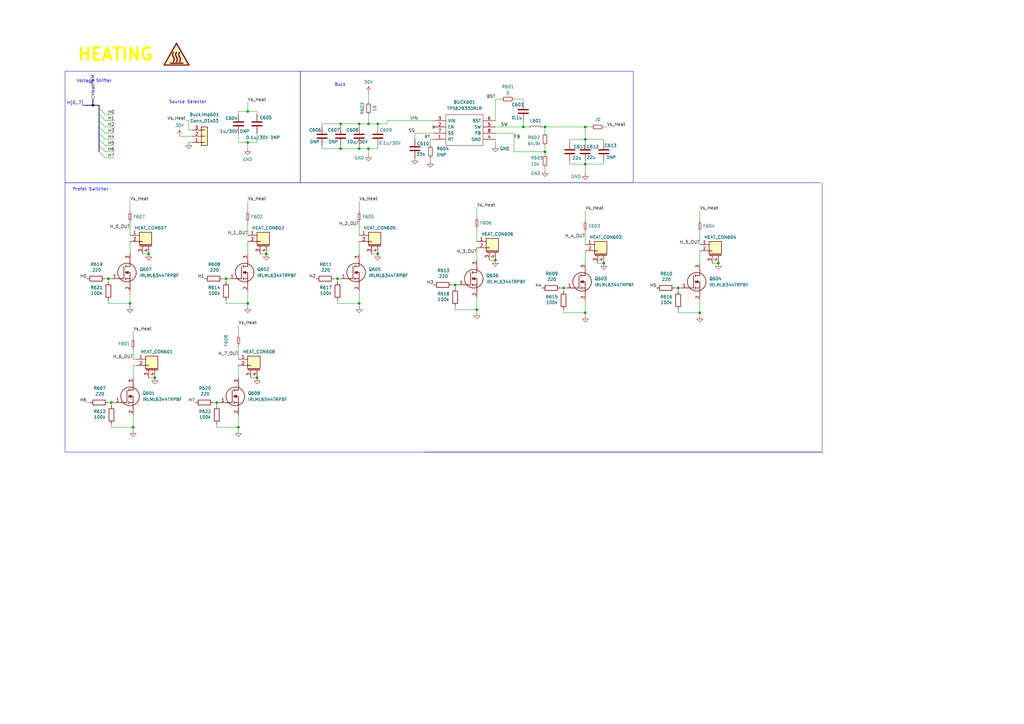
<source format=kicad_sch>
(kicad_sch (version 20231120) (generator "eeschema") (generator_version "8.0")
  (paper "A3")
  (junction (at 139.7 50.8))
  (junction (at 287.02 128.27))
  (junction (at 151.13 50.8))
  (junction (at 45.72 165.1))
  (junction (at 44.45 114.3))
  (junction (at 139.7 60.96))
  (junction (at 240.03 128.27))
  (junction (at 109.22 104.14))
  (junction (at 294.64 107.95))
  (junction (at 54.61 175.26))
  (junction (at 147.32 124.46))
  (junction (at 63.5 154.94))
  (junction (at 247.65 107.95))
  (junction (at 154.94 104.14))
  (junction (at 92.71 114.3))
  (junction (at 147.32 50.8))
  (junction (at 97.79 175.26))
  (junction (at 53.34 124.46))
  (junction (at 240.03 52.07))
  (junction (at 278.13 118.11))
  (junction (at 138.43 114.3))
  (junction (at 240.03 57.15))
  (junction (at 195.58 127))
  (junction (at 88.9 165.1))
  (junction (at 38.1 43.18))
  (junction (at 101.6 58.42))
  (junction (at 101.6 45.72))
  (junction (at 223.52 62.23))
  (junction (at 60.96 104.14))
  (junction (at 147.32 60.96))
  (junction (at 154.94 50.8))
  (junction (at 223.52 52.07))
  (junction (at 105.41 154.94))
  (junction (at 203.2 106.68))
  (junction (at 186.69 116.84))
  (junction (at 214.63 52.07))
  (junction (at 240.03 67.31))
  (junction (at 101.6 124.46))
  (junction (at 231.14 118.11))
  (junction (at 151.13 60.96))
  (no_connect (at 177.8 52.07))
  (bus_entry (at 43.18 52.07) (size -2.54 -2.54))
  (bus_entry (at 43.18 57.15) (size -2.54 -2.54))
  (bus_entry (at 43.18 59.69) (size -2.54 -2.54))
  (bus_entry (at 40.64 44.45) (size 2.54 2.54))
  (bus_entry (at 43.18 49.53) (size -2.54 -2.54))
  (bus_entry (at 43.18 64.77) (size -2.54 -2.54))
  (bus_entry (at 43.18 62.23) (size -2.54 -2.54))
  (bus_entry (at 43.18 54.61) (size -2.54 -2.54))
  (wire (pts (xy 63.5 154.94) (xy 60.96 154.94)))
  (wire (pts (xy 210.82 54.61) (xy 210.82 62.23)))
  (wire (pts (xy 147.32 59.69) (xy 147.32 60.96)))
  (wire (pts (xy 97.79 170.18) (xy 97.79 175.26)))
  (wire (pts (xy 78.74 55.88) (xy 73.66 55.88)))
  (wire (pts (xy 195.58 88.9) (xy 195.58 85.09)))
  (wire (pts (xy 101.6 58.42) (xy 97.79 58.42)))
  (wire (pts (xy 278.13 127) (xy 278.13 128.27)))
  (wire (pts (xy 276.86 118.11) (xy 278.13 118.11)))
  (wire (pts (xy 35.56 165.1) (xy 36.83 165.1)))
  (wire (pts (xy 229.87 118.11) (xy 231.14 118.11)))
  (wire (pts (xy 195.58 121.92) (xy 195.58 127)))
  (wire (pts (xy 231.14 118.11) (xy 232.41 118.11)))
  (wire (pts (xy 53.34 86.36) (xy 53.34 82.55)))
  (wire (pts (xy 240.03 123.19) (xy 240.03 128.27)))
  (wire (pts (xy 147.32 50.8) (xy 151.13 50.8)))
  (wire (pts (xy 248.92 52.07) (xy 247.65 52.07)))
  (wire (pts (xy 147.32 86.36) (xy 147.32 82.55)))
  (wire (pts (xy 132.08 60.96) (xy 132.08 59.69)))
  (wire (pts (xy 147.32 60.96) (xy 151.13 60.96)))
  (wire (pts (xy 88.9 165.1) (xy 90.17 165.1)))
  (wire (pts (xy 46.99 62.23) (xy 43.18 62.23)))
  (wire (pts (xy 54.61 149.86) (xy 55.88 149.86)))
  (wire (pts (xy 55.88 147.32) (xy 54.61 147.32)))
  (wire (pts (xy 101.6 119.38) (xy 101.6 124.46)))
  (bus (pts (xy 40.64 59.69) (xy 40.64 62.23)))
  (polyline (pts (xy 337.185 185.42) (xy 173.99 185.42)))
  (wire (pts (xy 151.13 60.96) (xy 151.13 63.5)))
  (wire (pts (xy 109.22 104.14) (xy 106.68 104.14)))
  (wire (pts (xy 278.13 118.11) (xy 278.13 119.38)))
  (wire (pts (xy 105.41 58.42) (xy 105.41 54.61)))
  (wire (pts (xy 203.2 40.64) (xy 205.74 40.64)))
  (wire (pts (xy 105.41 58.42) (xy 101.6 58.42)))
  (wire (pts (xy 92.71 114.3) (xy 93.98 114.3)))
  (wire (pts (xy 195.58 101.6) (xy 195.58 106.68)))
  (wire (pts (xy 214.63 52.07) (xy 214.63 49.53)))
  (wire (pts (xy 92.71 114.3) (xy 92.71 115.57)))
  (wire (pts (xy 177.8 49.53) (xy 158.75 49.53)))
  (wire (pts (xy 154.94 60.96) (xy 151.13 60.96)))
  (wire (pts (xy 223.52 59.69) (xy 223.52 62.23)))
  (wire (pts (xy 97.79 175.26) (xy 97.79 176.53)))
  (wire (pts (xy 147.32 124.46) (xy 147.32 125.73)))
  (wire (pts (xy 139.7 60.96) (xy 132.08 60.96)))
  (wire (pts (xy 44.45 123.19) (xy 44.45 124.46)))
  (wire (pts (xy 138.43 114.3) (xy 138.43 115.57)))
  (wire (pts (xy 53.34 99.06) (xy 53.34 104.14)))
  (wire (pts (xy 186.69 116.84) (xy 187.96 116.84)))
  (bus (pts (xy 38.1 43.18) (xy 38.1 40.64)))
  (wire (pts (xy 45.72 165.1) (xy 46.99 165.1)))
  (wire (pts (xy 195.58 93.98) (xy 195.58 99.06)))
  (wire (pts (xy 210.82 40.64) (xy 214.63 40.64)))
  (wire (pts (xy 186.69 116.84) (xy 186.69 118.11)))
  (wire (pts (xy 101.6 86.36) (xy 101.6 82.55)))
  (wire (pts (xy 53.34 124.46) (xy 53.34 125.73)))
  (wire (pts (xy 233.68 67.31) (xy 240.03 67.31)))
  (wire (pts (xy 139.7 60.96) (xy 139.7 59.69)))
  (wire (pts (xy 137.16 114.3) (xy 138.43 114.3)))
  (wire (pts (xy 176.53 59.69) (xy 176.53 57.15)))
  (wire (pts (xy 278.13 118.11) (xy 279.4 118.11)))
  (wire (pts (xy 44.45 114.3) (xy 45.72 114.3)))
  (wire (pts (xy 203.2 106.68) (xy 200.66 106.68)))
  (bus (pts (xy 40.64 57.15) (xy 40.64 59.69)))
  (wire (pts (xy 247.65 67.31) (xy 240.03 67.31)))
  (wire (pts (xy 53.34 119.38) (xy 53.34 124.46)))
  (wire (pts (xy 233.68 57.15) (xy 233.68 58.42)))
  (wire (pts (xy 203.2 54.61) (xy 210.82 54.61)))
  (wire (pts (xy 101.6 58.42) (xy 101.6 60.96)))
  (wire (pts (xy 151.13 38.1) (xy 151.13 41.91)))
  (wire (pts (xy 147.32 60.96) (xy 139.7 60.96)))
  (wire (pts (xy 214.63 40.64) (xy 214.63 41.91)))
  (wire (pts (xy 203.2 59.69) (xy 203.2 57.15)))
  (wire (pts (xy 45.72 173.99) (xy 45.72 175.26)))
  (wire (pts (xy 203.2 52.07) (xy 214.63 52.07)))
  (wire (pts (xy 45.72 165.1) (xy 45.72 166.37)))
  (wire (pts (xy 60.96 104.14) (xy 58.42 104.14)))
  (wire (pts (xy 132.08 50.8) (xy 139.7 50.8)))
  (wire (pts (xy 147.32 91.44) (xy 147.32 96.52)))
  (bus (pts (xy 40.64 54.61) (xy 40.64 57.15)))
  (wire (pts (xy 77.47 49.53) (xy 76.2 49.53)))
  (wire (pts (xy 92.71 123.19) (xy 92.71 124.46)))
  (wire (pts (xy 77.47 58.42) (xy 78.74 58.42)))
  (wire (pts (xy 54.61 170.18) (xy 54.61 175.26)))
  (wire (pts (xy 53.34 91.44) (xy 53.34 96.52)))
  (wire (pts (xy 87.63 165.1) (xy 88.9 165.1)))
  (wire (pts (xy 105.41 154.94) (xy 102.87 154.94)))
  (wire (pts (xy 97.79 149.86) (xy 97.79 154.94)))
  (wire (pts (xy 247.65 66.04) (xy 247.65 67.31)))
  (wire (pts (xy 287.02 90.17) (xy 287.02 86.36)))
  (wire (pts (xy 101.6 41.91) (xy 101.6 45.72)))
  (wire (pts (xy 231.14 127) (xy 231.14 128.27)))
  (wire (pts (xy 97.79 142.24) (xy 97.79 147.32)))
  (wire (pts (xy 223.52 68.58) (xy 223.52 69.85)))
  (wire (pts (xy 101.6 91.44) (xy 101.6 96.52)))
  (wire (pts (xy 101.6 45.72) (xy 105.41 45.72)))
  (wire (pts (xy 240.03 95.25) (xy 240.03 100.33)))
  (wire (pts (xy 138.43 114.3) (xy 139.7 114.3)))
  (wire (pts (xy 54.61 147.32) (xy 54.61 143.51)))
  (wire (pts (xy 54.61 149.86) (xy 54.61 154.94)))
  (wire (pts (xy 176.53 64.77) (xy 176.53 66.04)))
  (wire (pts (xy 147.32 99.06) (xy 147.32 104.14)))
  (wire (pts (xy 101.6 124.46) (xy 101.6 125.73)))
  (wire (pts (xy 97.79 137.16) (xy 97.79 133.35)))
  (polyline (pts (xy 26.67 74.93) (xy 26.67 185.42)))
  (wire (pts (xy 247.65 58.42) (xy 247.65 57.15)))
  (bus (pts (xy 40.64 43.18) (xy 38.1 43.18)))
  (wire (pts (xy 105.41 45.72) (xy 105.41 46.99)))
  (wire (pts (xy 242.57 52.07) (xy 240.03 52.07)))
  (wire (pts (xy 185.42 116.84) (xy 186.69 116.84)))
  (wire (pts (xy 294.64 107.95) (xy 292.1 107.95)))
  (wire (pts (xy 154.94 104.14) (xy 152.4 104.14)))
  (wire (pts (xy 88.9 173.99) (xy 88.9 175.26)))
  (bus (pts (xy 40.64 49.53) (xy 40.64 52.07)))
  (polyline (pts (xy 337.185 185.42) (xy 337.185 74.93)))
  (wire (pts (xy 43.18 114.3) (xy 44.45 114.3)))
  (wire (pts (xy 231.14 128.27) (xy 240.03 128.27)))
  (wire (pts (xy 139.7 50.8) (xy 139.7 52.07)))
  (wire (pts (xy 54.61 175.26) (xy 54.61 176.53)))
  (wire (pts (xy 170.18 57.15) (xy 170.18 54.61)))
  (wire (pts (xy 77.47 49.53) (xy 77.47 53.34)))
  (wire (pts (xy 132.08 52.07) (xy 132.08 50.8)))
  (wire (pts (xy 44.45 124.46) (xy 53.34 124.46)))
  (wire (pts (xy 231.14 118.11) (xy 231.14 119.38)))
  (bus (pts (xy 40.64 43.18) (xy 40.64 44.45)))
  (wire (pts (xy 139.7 50.8) (xy 147.32 50.8)))
  (wire (pts (xy 240.03 52.07) (xy 240.03 57.15)))
  (wire (pts (xy 77.47 53.34) (xy 78.74 53.34)))
  (wire (pts (xy 247.65 107.95) (xy 245.11 107.95)))
  (wire (pts (xy 287.02 123.19) (xy 287.02 128.27)))
  (wire (pts (xy 46.99 49.53) (xy 43.18 49.53)))
  (wire (pts (xy 151.13 46.99) (xy 151.13 50.8)))
  (wire (pts (xy 45.72 175.26) (xy 54.61 175.26)))
  (wire (pts (xy 287.02 128.27) (xy 287.02 129.54)))
  (wire (pts (xy 97.79 46.99) (xy 97.79 45.72)))
  (polyline (pts (xy 26.67 74.93) (xy 336.55 74.93)))
  (wire (pts (xy 247.65 57.15) (xy 240.03 57.15)))
  (wire (pts (xy 240.03 67.31) (xy 240.03 71.12)))
  (wire (pts (xy 154.94 50.8) (xy 154.94 52.07)))
  (wire (pts (xy 223.52 62.23) (xy 223.52 63.5)))
  (bus (pts (xy 40.64 44.45) (xy 40.64 46.99)))
  (wire (pts (xy 176.53 57.15) (xy 177.8 57.15)))
  (wire (pts (xy 158.75 49.53) (xy 158.75 50.8)))
  (wire (pts (xy 147.32 119.38) (xy 147.32 124.46)))
  (wire (pts (xy 287.02 102.87) (xy 287.02 107.95)))
  (wire (pts (xy 223.52 52.07) (xy 223.52 54.61)))
  (wire (pts (xy 101.6 99.06) (xy 101.6 104.14)))
  (wire (pts (xy 97.79 45.72) (xy 101.6 45.72)))
  (wire (pts (xy 138.43 124.46) (xy 147.32 124.46)))
  (wire (pts (xy 240.03 67.31) (xy 240.03 66.04)))
  (wire (pts (xy 240.03 90.17) (xy 240.03 86.36)))
  (polyline (pts (xy 26.67 185.42) (xy 337.185 185.42)))
  (wire (pts (xy 203.2 49.53) (xy 203.2 40.64)))
  (wire (pts (xy 222.25 52.07) (xy 223.52 52.07)))
  (wire (pts (xy 151.13 50.8) (xy 154.94 50.8)))
  (wire (pts (xy 186.69 125.73) (xy 186.69 127)))
  (wire (pts (xy 46.99 59.69) (xy 43.18 59.69)))
  (wire (pts (xy 88.9 165.1) (xy 88.9 166.37)))
  (wire (pts (xy 223.52 52.07) (xy 240.03 52.07)))
  (wire (pts (xy 170.18 54.61) (xy 177.8 54.61)))
  (wire (pts (xy 186.69 127) (xy 195.58 127)))
  (wire (pts (xy 44.45 165.1) (xy 45.72 165.1)))
  (wire (pts (xy 43.18 46.99) (xy 46.99 46.99)))
  (wire (pts (xy 46.99 52.07) (xy 43.18 52.07)))
  (wire (pts (xy 217.17 52.07) (xy 214.63 52.07)))
  (wire (pts (xy 287.02 95.25) (xy 287.02 100.33)))
  (wire (pts (xy 240.03 102.87) (xy 240.03 107.95)))
  (wire (pts (xy 54.61 135.89) (xy 54.61 138.43)))
  (wire (pts (xy 233.68 67.31) (xy 233.68 66.04)))
  (wire (pts (xy 154.94 59.69) (xy 154.94 60.96)))
  (wire (pts (xy 92.71 124.46) (xy 101.6 124.46)))
  (wire (pts (xy 278.13 128.27) (xy 287.02 128.27)))
  (bus (pts (xy 40.64 46.99) (xy 40.64 49.53)))
  (bus (pts (xy 40.64 54.61) (xy 40.64 52.07)))
  (wire (pts (xy 147.32 52.07) (xy 147.32 50.8)))
  (wire (pts (xy 43.18 64.77) (xy 46.99 64.77)))
  (wire (pts (xy 91.44 114.3) (xy 92.71 114.3)))
  (bus (pts (xy 34.29 43.18) (xy 38.1 43.18)))
  (wire (pts (xy 240.03 57.15) (xy 233.68 57.15)))
  (wire (pts (xy 195.58 127) (xy 195.58 128.27)))
  (wire (pts (xy 46.99 57.15) (xy 43.18 57.15)))
  (wire (pts (xy 44.45 114.3) (xy 44.45 115.57)))
  (wire (pts (xy 210.82 62.23) (xy 223.52 62.23)))
  (wire (pts (xy 88.9 175.26) (xy 97.79 175.26)))
  (wire (pts (xy 46.99 54.61) (xy 43.18 54.61)))
  (wire (pts (xy 240.03 128.27) (xy 240.03 129.54)))
  (wire (pts (xy 240.03 57.15) (xy 240.03 58.42)))
  (wire (pts (xy 138.43 123.19) (xy 138.43 124.46)))
  (wire (pts (xy 158.75 50.8) (xy 154.94 50.8)))
  (wire (pts (xy 97.79 58.42) (xy 97.79 54.61)))
  (rectangle (start 123.19 29.21) (end 259.715 74.93))
  (rectangle (start 26.67 29.21) (end 123.19 74.93))
  (text "Voltage Shifter" (at 38.608 33.274 0) (effects (font (size 1.27 1.27))))
  (text "Buck" (at 137.16 35.56 0) (effects (font (size 1.27 1.27)) (justify left bottom)))
  (text "Profet Switcher" (at 37.084 77.724 0) (effects (font (size 1.27 1.27))))
  (text "Source Selector" (at 76.962 41.91 0) (effects (font (size 1.27 1.27))))
  (text "HEATING" (at 63.246 25.4 0) (effects (font (size 5 5) (thickness 1) (bold yes)) (justify right bottom)))
  (label "H[0..7]" (at 34.29 43.18 180))
  (label "H2" (at 46.99 52.07 180))
  (label "VIN" (at 171.45 49.53 180))
  (label "Vs_Heat" (at 248.92 52.07 0))
  (label "Vs_Heat" (at 101.6 41.91 0))
  (label "Vs_Heat" (at 287.02 86.36 0))
  (label "Vs_Heat" (at 240.03 86.36 0))
  (label "RT" (at 176.53 57.15 180))
  (label "Vs_Heat" (at 97.79 133.35 0))
  (label "BST" (at 203.2 40.64 180))
  (label "Vs_Heat" (at 54.61 135.89 0))
  (label "SW" (at 208.28 52.07 180))
  (label "H_3_OUT" (at 195.58 104.14 180))
  (label "H_5_OUT" (at 287.02 100.33 180))
  (label "Vs_Heat" (at 101.6 82.55 0))
  (label "H1" (at 46.99 49.53 180))
  (label "H_4_OUT" (at 240.03 97.79 180))
  (label "SS" (at 170.18 54.61 180))
  (label "H_6_OUT" (at 54.61 147.32 180))
  (label "Vs_Heat" (at 195.58 85.09 0))
  (label "H4" (at 222.25 118.11 180))
  (label "Vs_Heat" (at 76.2 49.53 180))
  (label "H6" (at 35.56 165.1 180))
  (label "H5" (at 269.24 118.11 180))
  (label "H5" (at 46.99 59.69 180))
  (label "H_2_OUT" (at 147.32 92.71 180))
  (label "H1" (at 83.82 114.3 180))
  (label "H_0_OUT" (at 53.34 93.98 180))
  (label "H3" (at 46.99 54.61 180))
  (label "H3" (at 177.8 116.84 180))
  (label "H6" (at 46.99 62.23 180))
  (label "H7" (at 46.99 64.77 180))
  (label "Vs_Heat" (at 147.32 82.55 0))
  (label "H2" (at 129.54 114.3 180))
  (label "H_7_OUT" (at 97.79 146.05 180))
  (label "FB" (at 210.82 57.15 0))
  (label "H7" (at 80.01 165.1 180))
  (label "Vs_Heat" (at 53.34 82.55 0))
  (label "H0" (at 35.56 114.3 180))
  (label "H4" (at 46.99 57.15 180))
  (label "H0" (at 46.99 46.99 180))
  (label "H_1_OUT" (at 101.6 96.52 180))
  (hierarchical_label "HeatPWM" (shape input) (at 38.1 40.64 90))
  (symbol (lib_id "SymbolsBalloonv4:R_Small") (at 245.11 52.07 270) (unit 1)
    (property "Reference" "J0" (at 245.11 49.022 90))
    (property "Value" "0" (effects (hide yes)))
    (property "Footprint" "Resistor_SMD:R_0603_1608Metric_Pad0.98x0.95mm_HandSolder" (effects (hide yes)))
    (property "Description" "Resistor, small symbol" (effects (hide yes)))
  )
  (symbol (lib_id "SymbolsBalloonv4:Fuse_Small") (at 195.58 91.44 270) (unit 1)
    (property "Reference" "F606" (at 196.85 91.4399 90) (effects (justify left)))
    (property "Value" "MF-FSML100_8-2" (effects (hide yes)))
    (property "Footprint" "SamacSys_Parts:FUSC1608X70N" (effects (hide yes)))
    (property "Description" "Fuse, small symbol" (effects (hide yes)))
    (property "Height" "0.7" (effects (hide yes)))
    (property "Mouser Part Number" "652-MF-FSML100/8-2" (effects (hide yes)))
    (property "Mouser Price/Stock" "https://www.mouser.co.uk/ProductDetail/Bourns/MF-FSML100-8-2?qs=EBDBlbfErPzIwKpEUXHByQ%3D%3D" (effects (hide yes)))
    (property "Manufacturer_Name" "Bourns" (effects (hide yes)))
    (property "Manufacturer_Part_Number" "MF-FSML100/8-2" (effects (hide yes)))
  )
  (symbol (lib_id "SymbolsBalloonv4:GND") (at 60.96 104.14 0) (mirror y) (unit 1)
    (property "Reference" "#PWR0627" (effects (hide yes)))
    (property "Value" "GND" (effects (hide yes)))
    (property "Description" "Power symbol creates a global label with name \"GND\" , ground" (effects (hide yes)))
  )
  (symbol (lib_id "SymbolsBalloonv4:GND") (at 247.65 107.95 0) (mirror y) (unit 1)
    (property "Reference" "#PWR0617" (effects (hide yes)))
    (property "Value" "GND" (effects (hide yes)))
    (property "Description" "Power symbol creates a global label with name \"GND\" , ground" (effects (hide yes)))
  )
  (symbol (lib_id "SymbolsBalloonv4:GND") (at 154.94 104.14 0) (mirror y) (unit 1)
    (property "Reference" "#PWR0619" (effects (hide yes)))
    (property "Value" "GND" (effects (hide yes)))
    (property "Description" "Power symbol creates a global label with name \"GND\" , ground" (effects (hide yes)))
  )
  (symbol (lib_id "SymbolsBalloonv4:GND") (at 63.5 154.94 0) (mirror y) (unit 1)
    (property "Reference" "#PWR0615" (effects (hide yes)))
    (property "Value" "GND" (effects (hide yes)))
    (property "Description" "Power symbol creates a global label with name \"GND\" , ground" (effects (hide yes)))
  )
  (symbol (lib_id "SymbolsBalloonv4:GND") (at 101.6 125.73 0) (mirror y) (unit 1)
    (property "Reference" "#PWR0622" (effects (hide yes)))
    (property "Value" "GND" (effects (hide yes)))
    (property "Description" "Power symbol creates a global label with name \"GND\" , ground" (effects (hide yes)))
  )
  (symbol (lib_id "SymbolsBalloonv4:R_Small") (at 176.53 62.23 0) (unit 1)
    (property "Reference" "R604" (at 179.07 60.9599 0) (effects (justify left)))
    (property "Value" "DNP" (at 179.07 63.4999 0) (effects (justify left)))
    (property "Footprint" "Resistor_SMD:R_0603_1608Metric_Pad0.98x0.95mm_HandSolder" (effects (hide yes)))
    (property "Description" "Resistor, small symbol" (effects (hide yes)))
  )
  (symbol (lib_name "Conn_01x02_MountingPin_1") (lib_id "Connector_Generic_MountingPin:Conn_01x02_MountingPin") (at 245.11 100.33 0) (unit 1)
    (property "Reference" "HEAT_CON603" (at 241.808 97.282 0) (effects (justify left)))
    (property "Value" "502352-0200" (effects (hide yes)))
    (property "Footprint" "SamacSys_Parts:5023520200" (effects (hide yes)))
    (property "Description" "Generic connectable mounting pin connector, single row, 01x02, script generated (kicad-library-utils/schlib/autogen/connector/)" (effects (hide yes)))
    (property "Mouser Part Number" "538-502352-0200" (effects (hide yes)))
    (property "Mouser Price/Stock" "https://www.mouser.co.uk/ProductDetail/Molex/502352-0200?qs=cPOO8qjhL6OPJnOOkJoW%252Bw%3D%3D" (effects (hide yes)))
    (property "Manufacturer_Name" "Molex" (effects (hide yes)))
    (property "Manufacturer_Part_Number" "502352-0200" (effects (hide yes)))
  )
  (symbol (lib_id "SymbolsBalloonv4:GND") (at 294.64 107.95 0) (mirror y) (unit 1)
    (property "Reference" "#PWR0618" (effects (hide yes)))
    (property "Value" "GND" (effects (hide yes)))
    (property "Description" "Power symbol creates a global label with name \"GND\" , ground" (effects (hide yes)))
  )
  (symbol (lib_id "SymbolsBalloonv4:GND") (at 151.13 63.5 0) (unit 1)
    (property "Reference" "#PWR0608" (effects (hide yes)))
    (property "Value" "GND" (at 147.32 64.77 0))
    (property "Description" "Power symbol creates a global label with name \"GND\" , ground" (effects (hide yes)))
  )
  (symbol (lib_id "SymbolsBalloonv4:C") (at 132.08 55.88 180) (unit 1)
    (property "Reference" "C606" (at 126.746 53.34 0) (effects (justify right)))
    (property "Value" "DNP" (at 127 58.1661 0) (effects (justify right)))
    (property "Footprint" "Capacitor_SMD:C_0805_2012Metric_Pad1.18x1.45mm_HandSolder" (effects (hide yes)))
    (property "Description" "Unpolarized capacitor" (effects (hide yes)))
  )
  (symbol (lib_id "SymbolsBalloonv4:C") (at 214.63 45.72 180) (unit 1)
    (property "Reference" "C601" (at 209.804 42.926 0) (effects (justify right)))
    (property "Value" "0.1u" (at 209.804 48.26 0) (effects (justify right)))
    (property "Footprint" "Capacitor_SMD:C_0402_1005Metric_Pad0.74x0.62mm_HandSolder" (effects (hide yes)))
    (property "Description" "Unpolarized capacitor" (effects (hide yes)))
  )
  (symbol (lib_id "SymbolsBalloonv4:+28V") (at 151.13 38.1 0) (unit 1)
    (property "Reference" "#PWR0601" (effects (hide yes)))
    (property "Value" "30V" (at 151.13 33.655 0))
    (property "Description" "Power symbol creates a global label with name \"+28V\"" (effects (hide yes)))
  )
  (symbol (lib_id "SymbolsBalloonv4:GND") (at 203.2 106.68 0) (mirror y) (unit 1)
    (property "Reference" "#PWR0620" (effects (hide yes)))
    (property "Value" "GND" (effects (hide yes)))
    (property "Description" "Power symbol creates a global label with name \"GND\" , ground" (effects (hide yes)))
  )
  (symbol (lib_id "SymbolsBalloonv4:R_Small") (at 223.52 57.15 180) (unit 1)
    (property "Reference" "R602" (at 216.408 56.388 0) (effects (justify right)))
    (property "Value" "64.9k" (at 216.408 58.928 0) (effects (justify right)))
    (property "Footprint" "Resistor_SMD:R_0603_1608Metric_Pad0.98x0.95mm_HandSolder" (effects (hide yes)))
    (property "Description" "Resistor, small symbol" (effects (hide yes)))
  )
  (symbol (lib_id "SamacSys_Parts:IRLML6344TRPBF") (at 93.98 114.3 0) (unit 1)
    (property "Reference" "Q602" (at 105.41 110.4899 0) (effects (justify left)))
    (property "Value" "IRLML6344TRPBF" (at 105.41 113.0299 0) (effects (justify left)))
    (property "Footprint" "SOT95P237X112-3N" (effects (hide yes)))
    (property "Datasheet" "https://www.infineon.com/dgdl/irlml6344pbf.pdf?fileId=5546d462533600a4015356689c44262c" (effects (hide yes)))
    (property "Description" "IRLML6344TRPBF N-channel MOSFET Transistor, 5 A, 30 V, 3-Pin SOT-23" (effects (hide yes)))
    (property "Height" "1.12" (effects (hide yes)))
    (property "Mouser Part Number" "942-IRLML6344TRPBF" (effects (hide yes)))
    (property "Mouser Price/Stock" "https://www.mouser.co.uk/ProductDetail/Infineon-Technologies/IRLML6344TRPBF?qs=9%252BKlkBgLFf2w4qS48UOXVw%3D%3D" (effects (hide yes)))
    (property "Manufacturer_Name" "Infineon" (effects (hide yes)))
    (property "Manufacturer_Part_Number" "IRLML6344TRPBF" (effects (hide yes)))
  )
  (symbol (lib_id "SymbolsBalloonv4:C") (at 97.79 50.8 180) (unit 1)
    (property "Reference" "C604" (at 97.536 48.514 0) (effects (justify left)))
    (property "Value" "1u/30V DNP" (at 102.362 53.848 0) (effects (justify left)))
    (property "Footprint" "Capacitor_SMD:C_0805_2012Metric_Pad1.18x1.45mm_HandSolder" (effects (hide yes)))
    (property "Description" "Unpolarized capacitor" (effects (hide yes)))
  )
  (symbol (lib_id "SymbolsBalloonv4:R") (at 83.82 165.1 90) (unit 1)
    (property "Reference" "R620" (at 84.074 159.2326 90))
    (property "Value" "220" (at 84.074 161.544 90))
    (property "Footprint" "Resistor_SMD:R_0603_1608Metric_Pad0.98x0.95mm_HandSolder" (effects (hide yes)))
    (property "Description" "Resistor" (effects (hide yes)))
  )
  (symbol (lib_id "SymbolsBalloonv4:GND") (at 170.18 64.77 0) (unit 1)
    (property "Reference" "#PWR0609" (effects (hide yes)))
    (property "Value" "GND" (effects (hide yes)))
    (property "Description" "Power symbol creates a global label with name \"GND\" , ground" (effects (hide yes)))
  )
  (symbol (lib_id "SymbolsBalloonv4:C") (at 139.7 55.88 180) (unit 1)
    (property "Reference" "C607" (at 134.366 53.34 0) (effects (justify right)))
    (property "Value" "DNP" (at 134.62 58.1661 0) (effects (justify right)))
    (property "Footprint" "Capacitor_SMD:C_0805_2012Metric_Pad1.18x1.45mm_HandSolder" (effects (hide yes)))
    (property "Description" "Unpolarized capacitor" (effects (hide yes)))
  )
  (symbol (lib_id "SymbolsBalloonv4:GND") (at 195.58 128.27 0) (mirror y) (unit 1)
    (property "Reference" "#PWR0626" (effects (hide yes)))
    (property "Value" "GND" (effects (hide yes)))
    (property "Description" "Power symbol creates a global label with name \"GND\" , ground" (effects (hide yes)))
  )
  (symbol (lib_name "Conn_01x02_MountingPin_1") (lib_id "Connector_Generic_MountingPin:Conn_01x02_MountingPin") (at 58.42 96.52 0) (unit 1)
    (property "Reference" "HEAT_CON607" (at 55.118 93.472 0) (effects (justify left)))
    (property "Value" "502352-0200" (effects (hide yes)))
    (property "Footprint" "SamacSys_Parts:5023520200" (effects (hide yes)))
    (property "Description" "Generic connectable mounting pin connector, single row, 01x02, script generated (kicad-library-utils/schlib/autogen/connector/)" (effects (hide yes)))
    (property "Mouser Part Number" "538-502352-0200" (effects (hide yes)))
    (property "Mouser Price/Stock" "https://www.mouser.co.uk/ProductDetail/Molex/502352-0200?qs=cPOO8qjhL6OPJnOOkJoW%252Bw%3D%3D" (effects (hide yes)))
    (property "Manufacturer_Name" "Molex" (effects (hide yes)))
    (property "Manufacturer_Part_Number" "502352-0200" (effects (hide yes)))
  )
  (symbol (lib_name "Conn_01x02_MountingPin_1") (lib_id "Connector_Generic_MountingPin:Conn_01x02_MountingPin") (at 292.1 100.33 0) (unit 1)
    (property "Reference" "HEAT_CON604" (at 288.798 97.282 0) (effects (justify left)))
    (property "Value" "502352-0200" (effects (hide yes)))
    (property "Footprint" "SamacSys_Parts:5023520200" (effects (hide yes)))
    (property "Description" "Generic connectable mounting pin connector, single row, 01x02, script generated (kicad-library-utils/schlib/autogen/connector/)" (effects (hide yes)))
    (property "Mouser Part Number" "538-502352-0200" (effects (hide yes)))
    (property "Mouser Price/Stock" "https://www.mouser.co.uk/ProductDetail/Molex/502352-0200?qs=cPOO8qjhL6OPJnOOkJoW%252Bw%3D%3D" (effects (hide yes)))
    (property "Manufacturer_Name" "Molex" (effects (hide yes)))
    (property "Manufacturer_Part_Number" "502352-0200" (effects (hide yes)))
  )
  (symbol (lib_id "SymbolsBalloonv4:GND") (at 77.47 58.42 0) (mirror y) (unit 1)
    (property "Reference" "#PWR0606" (effects (hide yes)))
    (property "Value" "GND" (effects (hide yes)))
    (property "Description" "Power symbol creates a global label with name \"GND\" , ground" (effects (hide yes)))
  )
  (symbol (lib_id "SymbolsBalloonv4:GND") (at 176.53 66.04 0) (unit 1)
    (property "Reference" "#PWR0610" (effects (hide yes)))
    (property "Value" "GND" (effects (hide yes)))
    (property "Description" "Power symbol creates a global label with name \"GND\" , ground" (effects (hide yes)))
  )
  (symbol (lib_id "SymbolsBalloonv4:GND") (at 97.79 176.53 0) (mirror y) (unit 1)
    (property "Reference" "#PWR0630" (effects (hide yes)))
    (property "Value" "GND" (effects (hide yes)))
    (property "Description" "Power symbol creates a global label with name \"GND\" , ground" (effects (hide yes)))
  )
  (symbol (lib_id "SamacSys_Parts:IRLML6344TRPBF") (at 232.41 118.11 0) (unit 1)
    (property "Reference" "Q603" (at 243.84 114.2999 0) (effects (justify left)))
    (property "Value" "IRLML6344TRPBF" (at 243.84 116.8399 0) (effects (justify left)))
    (property "Footprint" "SOT95P237X112-3N" (effects (hide yes)))
    (property "Datasheet" "https://www.infineon.com/dgdl/irlml6344pbf.pdf?fileId=5546d462533600a4015356689c44262c" (effects (hide yes)))
    (property "Description" "IRLML6344TRPBF N-channel MOSFET Transistor, 5 A, 30 V, 3-Pin SOT-23" (effects (hide yes)))
    (property "Height" "1.12" (effects (hide yes)))
    (property "Mouser Part Number" "942-IRLML6344TRPBF" (effects (hide yes)))
    (property "Mouser Price/Stock" "https://www.mouser.co.uk/ProductDetail/Infineon-Technologies/IRLML6344TRPBF?qs=9%252BKlkBgLFf2w4qS48UOXVw%3D%3D" (effects (hide yes)))
    (property "Manufacturer_Name" "Infineon" (effects (hide yes)))
    (property "Manufacturer_Part_Number" "IRLML6344TRPBF" (effects (hide yes)))
  )
  (symbol (lib_id "SymbolsBalloonv4:C") (at 247.65 62.23 0) (mirror x) (unit 1)
    (property "Reference" "C613" (at 252.984 59.69 0) (effects (justify right)))
    (property "Value" "DNP" (at 252.73 64.5161 0) (effects (justify right)))
    (property "Footprint" "Capacitor_SMD:C_0805_2012Metric_Pad1.18x1.45mm_HandSolder" (effects (hide yes)))
    (property "Description" "Unpolarized capacitor" (effects (hide yes)))
  )
  (symbol (lib_id "SymbolsBalloonv4:R") (at 44.45 119.38 180) (unit 1)
    (property "Reference" "R621" (at 39.624 117.9576 0))
    (property "Value" "100k" (at 39.624 120.269 0))
    (property "Footprint" "Resistor_SMD:R_0603_1608Metric_Pad0.98x0.95mm_HandSolder" (effects (hide yes)))
    (property "Description" "Resistor" (effects (hide yes)))
  )
  (symbol (lib_id "SymbolsBalloonv4:C") (at 154.94 55.88 180) (unit 1)
    (property "Reference" "C609" (at 155.702 53.34 0) (effects (justify right)))
    (property "Value" "0.1u/30V" (at 155.194 58.674 0) (effects (justify right)))
    (property "Footprint" "Capacitor_SMD:C_0402_1005Metric_Pad0.74x0.62mm_HandSolder" (effects (hide yes)))
    (property "Description" "Unpolarized capacitor" (effects (hide yes)))
  )
  (symbol (lib_id "SymbolsBalloonv4:R") (at 186.69 121.92 180) (unit 1)
    (property "Reference" "R618" (at 181.864 120.4976 0))
    (property "Value" "100k" (at 181.864 122.809 0))
    (property "Footprint" "Resistor_SMD:R_0603_1608Metric_Pad0.98x0.95mm_HandSolder" (effects (hide yes)))
    (property "Description" "Resistor" (effects (hide yes)))
  )
  (symbol (lib_id "SymbolsBalloonv4:R_Small") (at 208.28 40.64 90) (unit 1)
    (property "Reference" "R601" (at 208.28 35.56 90))
    (property "Value" "0" (at 208.28 38.1 90))
    (property "Footprint" "Resistor_SMD:R_0603_1608Metric_Pad0.98x0.95mm_HandSolder" (effects (hide yes)))
    (property "Description" "Resistor, small symbol" (effects (hide yes)))
  )
  (symbol (lib_id "SymbolsBalloonv4:GND") (at 287.02 129.54 0) (mirror y) (unit 1)
    (property "Reference" "#PWR0624" (effects (hide yes)))
    (property "Value" "GND" (effects (hide yes)))
    (property "Description" "Power symbol creates a global label with name \"GND\" , ground" (effects (hide yes)))
  )
  (symbol (lib_id "SymbolsBalloonv4:Conn_01x03") (at 83.82 55.88 0) (mirror x) (unit 1)
    (property "Reference" "BuckJmp601" (at 83.82 46.99 0))
    (property "Value" "Conn_01x03" (at 83.82 49.53 0))
    (property "Footprint" "Connector_PinHeader_2.54mm:PinHeader_1x03_P2.54mm_Vertical" (effects (hide yes)))
    (property "Description" "Generic connector, single row, 01x03, script generated (kicad-library-utils/schlib/autogen/connector/)" (effects (hide yes)))
  )
  (symbol (lib_id "SymbolsBalloonv4:GND") (at 53.34 125.73 0) (mirror y) (unit 1)
    (property "Reference" "#PWR0629" (effects (hide yes)))
    (property "Value" "GND" (effects (hide yes)))
    (property "Description" "Power symbol creates a global label with name \"GND\" , ground" (effects (hide yes)))
  )
  (symbol (lib_id "SymbolsBalloonv4:GND") (at 54.61 176.53 0) (mirror y) (unit 1)
    (property "Reference" "#PWR0621" (effects (hide yes)))
    (property "Value" "GND" (effects (hide yes)))
    (property "Description" "Power symbol creates a global label with name \"GND\" , ground" (effects (hide yes)))
  )
  (symbol (lib_id "SymbolsBalloonv4:R") (at 40.64 165.1 90) (unit 1)
    (property "Reference" "R607" (at 40.894 159.2326 90))
    (property "Value" "220" (at 40.894 161.544 90))
    (property "Footprint" "Resistor_SMD:R_0603_1608Metric_Pad0.98x0.95mm_HandSolder" (effects (hide yes)))
    (property "Description" "Resistor" (effects (hide yes)))
  )
  (symbol (lib_id "SymbolsBalloonv4:Fuse_Small") (at 287.02 92.71 270) (unit 1)
    (property "Reference" "F604" (at 288.29 92.7099 90) (effects (justify left)))
    (property "Value" "MF-FSML100_8-2" (effects (hide yes)))
    (property "Footprint" "SamacSys_Parts:FUSC1608X70N" (effects (hide yes)))
    (property "Description" "Fuse, small symbol" (effects (hide yes)))
    (property "Height" "0.7" (effects (hide yes)))
    (property "Mouser Part Number" "652-MF-FSML100/8-2" (effects (hide yes)))
    (property "Mouser Price/Stock" "https://www.mouser.co.uk/ProductDetail/Bourns/MF-FSML100-8-2?qs=EBDBlbfErPzIwKpEUXHByQ%3D%3D" (effects (hide yes)))
    (property "Manufacturer_Name" "Bourns" (effects (hide yes)))
    (property "Manufacturer_Part_Number" "MF-FSML100/8-2" (effects (hide yes)))
  )
  (symbol (lib_id "SamacSys_Parts:IRLML6344TRPBF") (at 187.96 116.84 0) (unit 1)
    (property "Reference" "Q606" (at 199.39 113.0299 0) (effects (justify left)))
    (property "Value" "IRLML6344TRPBF" (at 199.39 115.5699 0) (effects (justify left)))
    (property "Footprint" "SOT95P237X112-3N" (effects (hide yes)))
    (property "Datasheet" "https://www.infineon.com/dgdl/irlml6344pbf.pdf?fileId=5546d462533600a4015356689c44262c" (effects (hide yes)))
    (property "Description" "IRLML6344TRPBF N-channel MOSFET Transistor, 5 A, 30 V, 3-Pin SOT-23" (effects (hide yes)))
    (property "Height" "1.12" (effects (hide yes)))
    (property "Mouser Part Number" "942-IRLML6344TRPBF" (effects (hide yes)))
    (property "Mouser Price/Stock" "https://www.mouser.co.uk/ProductDetail/Infineon-Technologies/IRLML6344TRPBF?qs=9%252BKlkBgLFf2w4qS48UOXVw%3D%3D" (effects (hide yes)))
    (property "Manufacturer_Name" "Infineon" (effects (hide yes)))
    (property "Manufacturer_Part_Number" "IRLML6344TRPBF" (effects (hide yes)))
  )
  (symbol (lib_id "SymbolsBalloonv4:R") (at 231.14 123.19 180) (unit 1)
    (property "Reference" "R615" (at 226.314 121.7676 0))
    (property "Value" "100k" (at 226.314 124.079 0))
    (property "Footprint" "Resistor_SMD:R_0603_1608Metric_Pad0.98x0.95mm_HandSolder" (effects (hide yes)))
    (property "Description" "Resistor" (effects (hide yes)))
  )
  (symbol (lib_id "SymbolsBalloonv4:C") (at 233.68 62.23 180) (unit 1)
    (property "Reference" "C611" (at 235.204 60.198 0) (effects (justify right)))
    (property "Value" "22u" (at 234.696 64.77 0) (effects (justify right)))
    (property "Footprint" "Capacitor_SMD:C_0805_2012Metric_Pad1.18x1.45mm_HandSolder" (effects (hide yes)))
    (property "Description" "Unpolarized capacitor" (effects (hide yes)))
  )
  (symbol (lib_id "SamacSys_Parts:IRLML6344TRPBF") (at 45.72 114.3 0) (unit 1)
    (property "Reference" "Q607" (at 57.15 110.4899 0) (effects (justify left)))
    (property "Value" "IRLML6344TRPBF" (at 57.15 113.0299 0) (effects (justify left)))
    (property "Footprint" "SOT95P237X112-3N" (effects (hide yes)))
    (property "Datasheet" "https://www.infineon.com/dgdl/irlml6344pbf.pdf?fileId=5546d462533600a4015356689c44262c" (effects (hide yes)))
    (property "Description" "IRLML6344TRPBF N-channel MOSFET Transistor, 5 A, 30 V, 3-Pin SOT-23" (effects (hide yes)))
    (property "Height" "1.12" (effects (hide yes)))
    (property "Mouser Part Number" "942-IRLML6344TRPBF" (effects (hide yes)))
    (property "Mouser Price/Stock" "https://www.mouser.co.uk/ProductDetail/Infineon-Technologies/IRLML6344TRPBF?qs=9%252BKlkBgLFf2w4qS48UOXVw%3D%3D" (effects (hide yes)))
    (property "Manufacturer_Name" "Infineon" (effects (hide yes)))
    (property "Manufacturer_Part_Number" "IRLML6344TRPBF" (effects (hide yes)))
  )
  (symbol (lib_id "SymbolsBalloonv4:+28V") (at 73.66 55.88 0) (mirror y) (unit 1)
    (property "Reference" "#PWR0604" (effects (hide yes)))
    (property "Value" "30V" (at 73.66 51.435 0))
    (property "Description" "Power symbol creates a global label with name \"+28V\"" (effects (hide yes)))
  )
  (symbol (lib_name "Conn_01x02_MountingPin_1") (lib_id "Connector_Generic_MountingPin:Conn_01x02_MountingPin") (at 106.68 96.52 0) (unit 1)
    (property "Reference" "HEAT_CON602" (at 103.378 93.472 0) (effects (justify left)))
    (property "Value" "502352-0200" (effects (hide yes)))
    (property "Footprint" "SamacSys_Parts:5023520200" (effects (hide yes)))
    (property "Description" "Generic connectable mounting pin connector, single row, 01x02, script generated (kicad-library-utils/schlib/autogen/connector/)" (effects (hide yes)))
    (property "Mouser Part Number" "538-502352-0200" (effects (hide yes)))
    (property "Mouser Price/Stock" "https://www.mouser.co.uk/ProductDetail/Molex/502352-0200?qs=cPOO8qjhL6OPJnOOkJoW%252Bw%3D%3D" (effects (hide yes)))
    (property "Manufacturer_Name" "Molex" (effects (hide yes)))
    (property "Manufacturer_Part_Number" "502352-0200" (effects (hide yes)))
  )
  (symbol (lib_id "SymbolsBalloonv4:R") (at 226.06 118.11 90) (unit 1)
    (property "Reference" "R609" (at 226.314 112.2426 90))
    (property "Value" "220" (at 226.314 114.554 90))
    (property "Footprint" "Resistor_SMD:R_0603_1608Metric_Pad0.98x0.95mm_HandSolder" (effects (hide yes)))
    (property "Description" "Resistor" (effects (hide yes)))
  )
  (symbol (lib_name "Conn_01x02_MountingPin_1") (lib_id "Connector_Generic_MountingPin:Conn_01x02_MountingPin") (at 102.87 147.32 0) (unit 1)
    (property "Reference" "HEAT_CON608" (at 99.568 144.272 0) (effects (justify left)))
    (property "Value" "502352-0200" (effects (hide yes)))
    (property "Footprint" "SamacSys_Parts:5023520200" (effects (hide yes)))
    (property "Description" "Generic connectable mounting pin connector, single row, 01x02, script generated (kicad-library-utils/schlib/autogen/connector/)" (effects (hide yes)))
    (property "Mouser Part Number" "538-502352-0200" (effects (hide yes)))
    (property "Mouser Price/Stock" "https://www.mouser.co.uk/ProductDetail/Molex/502352-0200?qs=cPOO8qjhL6OPJnOOkJoW%252Bw%3D%3D" (effects (hide yes)))
    (property "Manufacturer_Name" "Molex" (effects (hide yes)))
    (property "Manufacturer_Part_Number" "502352-0200" (effects (hide yes)))
  )
  (symbol (lib_id "SymbolsBalloonv4:R_Small") (at 223.52 66.04 180) (unit 1)
    (property "Reference" "R605" (at 217.678 64.77 0) (effects (justify right)))
    (property "Value" "10k" (at 217.678 67.31 0) (effects (justify right)))
    (property "Footprint" "Resistor_SMD:R_0603_1608Metric_Pad0.98x0.95mm_HandSolder" (effects (hide yes)))
    (property "Description" "Resistor, small symbol" (effects (hide yes)))
  )
  (symbol (lib_id "SymbolsBalloonv4:L_Small") (at 219.71 52.07 90) (unit 1)
    (property "Reference" "L601" (at 219.71 49.53 90))
    (property "Value" "74439346068" (effects (hide yes)))
    (property "Footprint" "SamacSys_Parts:74439346068" (effects (hide yes)))
    (property "Description" "Inductor, small symbol" (effects (hide yes)))
    (property "Height" "6.1" (effects (hide yes)))
    (property "Mouser Part Number" "710-74439346068" (effects (hide yes)))
    (property "Mouser Price/Stock" "https://www.mouser.co.uk/ProductDetail/Wurth-Elektronik/74439346068?qs=NSAOzM2zc%2FVj5BeHYKNgfQ%3D%3D" (effects (hide yes)))
    (property "Manufacturer_Name" "Wurth Elektronik" (effects (hide yes)))
    (property "Manufacturer_Part_Number" "74439346068" (effects (hide yes)))
  )
  (symbol (lib_id "SymbolsBalloonv4:GND") (at 109.22 104.14 0) (mirror y) (unit 1)
    (property "Reference" "#PWR0616" (effects (hide yes)))
    (property "Value" "GND" (effects (hide yes)))
    (property "Description" "Power symbol creates a global label with name \"GND\" , ground" (effects (hide yes)))
  )
  (symbol (lib_id "SymbolsBalloonv4:Fuse_Small") (at 147.32 88.9 270) (unit 1)
    (property "Reference" "F605" (at 148.59 88.8999 90) (effects (justify left)))
    (property "Value" "MF-FSML100_8-2" (effects (hide yes)))
    (property "Footprint" "SamacSys_Parts:FUSC1608X70N" (effects (hide yes)))
    (property "Description" "Fuse, small symbol" (effects (hide yes)))
    (property "Height" "0.7" (effects (hide yes)))
    (property "Mouser Part Number" "652-MF-FSML100/8-2" (effects (hide yes)))
    (property "Mouser Price/Stock" "https://www.mouser.co.uk/ProductDetail/Bourns/MF-FSML100-8-2?qs=EBDBlbfErPzIwKpEUXHByQ%3D%3D" (effects (hide yes)))
    (property "Manufacturer_Name" "Bourns" (effects (hide yes)))
    (property "Manufacturer_Part_Number" "MF-FSML100/8-2" (effects (hide yes)))
  )
  (symbol (lib_id "SymbolsBalloonv4:R") (at 133.35 114.3 90) (unit 1)
    (property "Reference" "R611" (at 133.604 108.4326 90))
    (property "Value" "220" (at 133.604 110.744 90))
    (property "Footprint" "Resistor_SMD:R_0603_1608Metric_Pad0.98x0.95mm_HandSolder" (effects (hide yes)))
    (property "Description" "Resistor" (effects (hide yes)))
  )
  (symbol (lib_id "SamacSys_Parts:IRLML6344TRPBF") (at 139.7 114.3 0) (unit 1)
    (property "Reference" "Q605" (at 151.13 110.4899 0) (effects (justify left)))
    (property "Value" "IRLML6344TRPBF" (at 151.13 113.0299 0) (effects (justify left)))
    (property "Footprint" "SOT95P237X112-3N" (effects (hide yes)))
    (property "Datasheet" "https://www.infineon.com/dgdl/irlml6344pbf.pdf?fileId=5546d462533600a4015356689c44262c" (effects (hide yes)))
    (property "Description" "IRLML6344TRPBF N-channel MOSFET Transistor, 5 A, 30 V, 3-Pin SOT-23" (effects (hide yes)))
    (property "Height" "1.12" (effects (hide yes)))
    (property "Mouser Part Number" "942-IRLML6344TRPBF" (effects (hide yes)))
    (property "Mouser Price/Stock" "https://www.mouser.co.uk/ProductDetail/Infineon-Technologies/IRLML6344TRPBF?qs=9%252BKlkBgLFf2w4qS48UOXVw%3D%3D" (effects (hide yes)))
    (property "Manufacturer_Name" "Infineon" (effects (hide yes)))
    (property "Manufacturer_Part_Number" "IRLML6344TRPBF" (effects (hide yes)))
  )
  (symbol (lib_id "SymbolsBalloonv4:R") (at 92.71 119.38 180) (unit 1)
    (property "Reference" "R614" (at 87.884 117.9576 0))
    (property "Value" "100k" (at 87.884 120.269 0))
    (property "Footprint" "Resistor_SMD:R_0603_1608Metric_Pad0.98x0.95mm_HandSolder" (effects (hide yes)))
    (property "Description" "Resistor" (effects (hide yes)))
  )
  (symbol (lib_id "SamacSys_Parts:IRLML6344TRPBF") (at 46.99 165.1 0) (unit 1)
    (property "Reference" "Q601" (at 58.42 161.2899 0) (effects (justify left)))
    (property "Value" "IRLML6344TRPBF" (at 58.42 163.8299 0) (effects (justify left)))
    (property "Footprint" "SOT95P237X112-3N" (effects (hide yes)))
    (property "Datasheet" "https://www.infineon.com/dgdl/irlml6344pbf.pdf?fileId=5546d462533600a4015356689c44262c" (effects (hide yes)))
    (property "Description" "IRLML6344TRPBF N-channel MOSFET Transistor, 5 A, 30 V, 3-Pin SOT-23" (effects (hide yes)))
    (property "Height" "1.12" (effects (hide yes)))
    (property "Mouser Part Number" "942-IRLML6344TRPBF" (effects (hide yes)))
    (property "Mouser Price/Stock" "https://www.mouser.co.uk/ProductDetail/Infineon-Technologies/IRLML6344TRPBF?qs=9%252BKlkBgLFf2w4qS48UOXVw%3D%3D" (effects (hide yes)))
    (property "Manufacturer_Name" "Infineon" (effects (hide yes)))
    (property "Manufacturer_Part_Number" "IRLML6344TRPBF" (effects (hide yes)))
  )
  (symbol (lib_id "SymbolsBalloonv4:GND") (at 203.2 59.69 0) (mirror y) (unit 1)
    (property "Reference" "#PWR0605" (effects (hide yes)))
    (property "Value" "GND" (at 207.01 60.96 0))
    (property "Description" "Power symbol creates a global label with name \"GND\" , ground" (effects (hide yes)))
  )
  (symbol (lib_id "SymbolsBalloonv4:R") (at 138.43 119.38 180) (unit 1)
    (property "Reference" "R617" (at 133.604 117.9576 0))
    (property "Value" "100k" (at 133.604 120.269 0))
    (property "Footprint" "Resistor_SMD:R_0603_1608Metric_Pad0.98x0.95mm_HandSolder" (effects (hide yes)))
    (property "Description" "Resistor" (effects (hide yes)))
  )
  (symbol (lib_id "SymbolsBalloonv4:Fuse_Small") (at 240.03 92.71 90) (unit 1)
    (property "Reference" "F603" (at 241.3 92.7099 90) (effects (justify right)))
    (property "Value" "MF-FSML100_8-2" (effects (hide yes)))
    (property "Footprint" "SamacSys_Parts:FUSC1608X70N" (effects (hide yes)))
    (property "Description" "Fuse, small symbol" (effects (hide yes)))
    (property "Height" "0.7" (effects (hide yes)))
    (property "Mouser Part Number" "652-MF-FSML100/8-2" (effects (hide yes)))
    (property "Mouser Price/Stock" "https://www.mouser.co.uk/ProductDetail/Bourns/MF-FSML100-8-2?qs=EBDBlbfErPzIwKpEUXHByQ%3D%3D" (effects (hide yes)))
    (property "Manufacturer_Name" "Bourns" (effects (hide yes)))
    (property "Manufacturer_Part_Number" "MF-FSML100/8-2" (effects (hide yes)))
  )
  (symbol (lib_id "SymbolsBalloonv4:Fuse_Small") (at 53.34 88.9 270) (unit 1)
    (property "Reference" "F607" (at 54.61 88.8999 90) (effects (justify left)))
    (property "Value" "MF-FSML100_8-2" (effects (hide yes)))
    (property "Footprint" "SamacSys_Parts:FUSC1608X70N" (effects (hide yes)))
    (property "Description" "Fuse, small symbol" (effects (hide yes)))
    (property "Height" "0.7" (effects (hide yes)))
    (property "Mouser Part Number" "652-MF-FSML100/8-2" (effects (hide yes)))
    (property "Mouser Price/Stock" "https://www.mouser.co.uk/ProductDetail/Bourns/MF-FSML100-8-2?qs=EBDBlbfErPzIwKpEUXHByQ%3D%3D" (effects (hide yes)))
    (property "Manufacturer_Name" "Bourns" (effects (hide yes)))
    (property "Manufacturer_Part_Number" "MF-FSML100/8-2" (effects (hide yes)))
  )
  (symbol (lib_id "SymbolsBalloonv4:C") (at 240.03 62.23 180) (unit 1)
    (property "Reference" "C612" (at 240.538 60.198 0) (effects (justify right)))
    (property "Value" "22u" (at 240.538 64.516 0) (effects (justify right)))
    (property "Footprint" "Capacitor_SMD:C_0805_2012Metric_Pad1.18x1.45mm_HandSolder" (effects (hide yes)))
    (property "Description" "Unpolarized capacitor" (effects (hide yes)))
  )
  (symbol (lib_id "SymbolsBalloonv4:C") (at 147.32 55.88 180) (unit 1)
    (property "Reference" "C608" (at 141.986 53.34 0) (effects (justify right)))
    (property "Value" "10u/30V" (at 142.24 58.1661 0) (effects (justify right)))
    (property "Footprint" "Capacitor_SMD:C_0805_2012Metric_Pad1.18x1.45mm_HandSolder" (effects (hide yes)))
    (property "Description" "Unpolarized capacitor" (effects (hide yes)))
  )
  (symbol (lib_id "SymbolsBalloonv4:Fuse_Small") (at 97.79 139.7 270) (unit 1)
    (property "Reference" "F608" (at 92.71 139.7 0))
    (property "Value" "MF-FSML100_8-2" (effects (hide yes)))
    (property "Footprint" "SamacSys_Parts:FUSC1608X70N" (effects (hide yes)))
    (property "Description" "Fuse, small symbol" (effects (hide yes)))
    (property "Height" "0.7" (effects (hide yes)))
    (property "Mouser Part Number" "652-MF-FSML100/8-2" (effects (hide yes)))
    (property "Mouser Price/Stock" "https://www.mouser.co.uk/ProductDetail/Bourns/MF-FSML100-8-2?qs=EBDBlbfErPzIwKpEUXHByQ%3D%3D" (effects (hide yes)))
    (property "Manufacturer_Name" "Bourns" (effects (hide yes)))
    (property "Manufacturer_Part_Number" "MF-FSML100/8-2" (effects (hide yes)))
  )
  (symbol (lib_id "SymbolsBalloonv4:GND") (at 147.32 125.73 0) (mirror y) (unit 1)
    (property "Reference" "#PWR0625" (effects (hide yes)))
    (property "Value" "GND" (effects (hide yes)))
    (property "Description" "Power symbol creates a global label with name \"GND\" , ground" (effects (hide yes)))
  )
  (symbol (lib_name "Conn_01x02_MountingPin_1") (lib_id "Connector_Generic_MountingPin:Conn_01x02_MountingPin") (at 200.66 99.06 0) (unit 1)
    (property "Reference" "HEAT_CON606" (at 197.358 96.012 0) (effects (justify left)))
    (property "Value" "502352-0200" (effects (hide yes)))
    (property "Footprint" "SamacSys_Parts:5023520200" (effects (hide yes)))
    (property "Description" "Generic connectable mounting pin connector, single row, 01x02, script generated (kicad-library-utils/schlib/autogen/connector/)" (effects (hide yes)))
    (property "Mouser Part Number" "538-502352-0200" (effects (hide yes)))
    (property "Mouser Price/Stock" "https://www.mouser.co.uk/ProductDetail/Molex/502352-0200?qs=cPOO8qjhL6OPJnOOkJoW%252Bw%3D%3D" (effects (hide yes)))
    (property "Manufacturer_Name" "Molex" (effects (hide yes)))
    (property "Manufacturer_Part_Number" "502352-0200" (effects (hide yes)))
  )
  (symbol (lib_id "SymbolsBalloonv4:SYM_Hot_Large") (at 72.39 21.59 0) (unit 1) (exclude_from_sim yes) (on_board no)
    (property "Reference" "#SYM601" (effects (hide yes)))
    (property "Value" "SYM_Hot_Large" (effects (hide yes)))
    (property "Description" "Hot surface warning symbol, large" (effects (hide yes)))
  )
  (symbol (lib_id "SamacSys_Parts:IRLML6344TRPBF") (at 279.4 118.11 0) (unit 1)
    (property "Reference" "Q604" (at 290.83 114.2999 0) (effects (justify left)))
    (property "Value" "IRLML6344TRPBF" (at 290.83 116.8399 0) (effects (justify left)))
    (property "Footprint" "SOT95P237X112-3N" (effects (hide yes)))
    (property "Datasheet" "https://www.infineon.com/dgdl/irlml6344pbf.pdf?fileId=5546d462533600a4015356689c44262c" (effects (hide yes)))
    (property "Description" "IRLML6344TRPBF N-channel MOSFET Transistor, 5 A, 30 V, 3-Pin SOT-23" (effects (hide yes)))
    (property "Height" "1.12" (effects (hide yes)))
    (property "Mouser Part Number" "942-IRLML6344TRPBF" (effects (hide yes)))
    (property "Mouser Price/Stock" "https://www.mouser.co.uk/ProductDetail/Infineon-Technologies/IRLML6344TRPBF?qs=9%252BKlkBgLFf2w4qS48UOXVw%3D%3D" (effects (hide yes)))
    (property "Manufacturer_Name" "Infineon" (effects (hide yes)))
    (property "Manufacturer_Part_Number" "IRLML6344TRPBF" (effects (hide yes)))
  )
  (symbol (lib_id "SymbolsBalloonv4:Fuse_Small") (at 54.61 140.97 90) (mirror x) (unit 1)
    (property "Reference" "F601" (at 53.34 140.9699 90) (effects (justify left)))
    (property "Value" "MF-FSML100_8-2" (effects (hide yes)))
    (property "Footprint" "SamacSys_Parts:FUSC1608X70N" (effects (hide yes)))
    (property "Description" "Fuse, small symbol" (effects (hide yes)))
    (property "Height" "0.7" (effects (hide yes)))
    (property "Mouser Part Number" "652-MF-FSML100/8-2" (effects (hide yes)))
    (property "Mouser Price/Stock" "https://www.mouser.co.uk/ProductDetail/Bourns/MF-FSML100-8-2?qs=EBDBlbfErPzIwKpEUXHByQ%3D%3D" (effects (hide yes)))
    (property "Manufacturer_Name" "Bourns" (effects (hide yes)))
    (property "Manufacturer_Part_Number" "MF-FSML100/8-2" (effects (hide yes)))
  )
  (symbol (lib_name "Conn_01x02_MountingPin_1") (lib_id "Connector_Generic_MountingPin:Conn_01x02_MountingPin") (at 152.4 96.52 0) (unit 1)
    (property "Reference" "HEAT_CON605" (at 149.098 93.472 0) (effects (justify left)))
    (property "Value" "502352-0200" (effects (hide yes)))
    (property "Footprint" "SamacSys_Parts:5023520200" (effects (hide yes)))
    (property "Description" "Generic connectable mounting pin connector, single row, 01x02, script generated (kicad-library-utils/schlib/autogen/connector/)" (effects (hide yes)))
    (property "Mouser Part Number" "538-502352-0200" (effects (hide yes)))
    (property "Mouser Price/Stock" "https://www.mouser.co.uk/ProductDetail/Molex/502352-0200?qs=cPOO8qjhL6OPJnOOkJoW%252Bw%3D%3D" (effects (hide yes)))
    (property "Manufacturer_Name" "Molex" (effects (hide yes)))
    (property "Manufacturer_Part_Number" "502352-0200" (effects (hide yes)))
  )
  (symbol (lib_id "SymbolsBalloonv4:C") (at 170.18 60.96 180) (unit 1)
    (property "Reference" "C610" (at 170.942 58.928 0) (effects (justify right)))
    (property "Value" "33n" (at 170.688 63.246 0) (effects (justify right)))
    (property "Footprint" "Capacitor_SMD:C_0805_2012Metric_Pad1.18x1.45mm_HandSolder" (effects (hide yes)))
    (property "Description" "Unpolarized capacitor" (effects (hide yes)))
  )
  (symbol (lib_id "SymbolsBalloonv4:R") (at 45.72 170.18 180) (unit 1)
    (property "Reference" "R612" (at 40.894 168.7576 0))
    (property "Value" "100k" (at 40.894 171.069 0))
    (property "Footprint" "Resistor_SMD:R_0603_1608Metric_Pad0.98x0.95mm_HandSolder" (effects (hide yes)))
    (property "Description" "Resistor" (effects (hide yes)))
  )
  (symbol (lib_id "SamacSys_Parts:IRLML6344TRPBF") (at 90.17 165.1 0) (unit 1)
    (property "Reference" "Q608" (at 101.6 161.2899 0) (effects (justify left)))
    (property "Value" "IRLML6344TRPBF" (at 101.6 163.8299 0) (effects (justify left)))
    (property "Footprint" "SOT95P237X112-3N" (effects (hide yes)))
    (property "Datasheet" "https://www.infineon.com/dgdl/irlml6344pbf.pdf?fileId=5546d462533600a4015356689c44262c" (effects (hide yes)))
    (property "Description" "IRLML6344TRPBF N-channel MOSFET Transistor, 5 A, 30 V, 3-Pin SOT-23" (effects (hide yes)))
    (property "Height" "1.12" (effects (hide yes)))
    (property "Mouser Part Number" "942-IRLML6344TRPBF" (effects (hide yes)))
    (property "Mouser Price/Stock" "https://www.mouser.co.uk/ProductDetail/Infineon-Technologies/IRLML6344TRPBF?qs=9%252BKlkBgLFf2w4qS48UOXVw%3D%3D" (effects (hide yes)))
    (property "Manufacturer_Name" "Infineon" (effects (hide yes)))
    (property "Manufacturer_Part_Number" "IRLML6344TRPBF" (effects (hide yes)))
  )
  (symbol (lib_id "SymbolsBalloonv4:C") (at 105.41 50.8 0) (unit 1)
    (property "Reference" "C605" (at 106.426 48.26 0) (effects (justify left)))
    (property "Value" "0.1u/30V DNP" (at 100.838 56.388 0) (effects (justify left)))
    (property "Footprint" "Capacitor_SMD:C_0805_2012Metric_Pad1.18x1.45mm_HandSolder" (effects (hide yes)))
    (property "Description" "Unpolarized capacitor" (effects (hide yes)))
  )
  (symbol (lib_id "SymbolsBalloonv4:GND") (at 240.03 129.54 0) (mirror y) (unit 1)
    (property "Reference" "#PWR0623" (effects (hide yes)))
    (property "Value" "GND" (effects (hide yes)))
    (property "Description" "Power symbol creates a global label with name \"GND\" , ground" (effects (hide yes)))
  )
  (symbol (lib_id "SymbolsBalloonv4:GND") (at 240.03 71.12 0) (unit 1)
    (property "Reference" "#PWR0614" (effects (hide yes)))
    (property "Value" "GND" (at 236.22 72.39 0))
    (property "Description" "Power symbol creates a global label with name \"GND\" , ground" (effects (hide yes)))
  )
  (symbol (lib_id "SymbolsBalloonv4:R") (at 88.9 170.18 180) (unit 1)
    (property "Reference" "R622" (at 84.074 168.7576 0))
    (property "Value" "100k" (at 84.074 171.069 0))
    (property "Footprint" "Resistor_SMD:R_0603_1608Metric_Pad0.98x0.95mm_HandSolder" (effects (hide yes)))
    (property "Description" "Resistor" (effects (hide yes)))
  )
  (symbol (lib_name "Conn_01x02_MountingPin_1") (lib_id "Connector_Generic_MountingPin:Conn_01x02_MountingPin") (at 60.96 147.32 0) (unit 1)
    (property "Reference" "HEAT_CON601" (at 57.658 144.272 0) (effects (justify left)))
    (property "Value" "502352-0200" (effects (hide yes)))
    (property "Footprint" "SamacSys_Parts:5023520200" (effects (hide yes)))
    (property "Description" "Generic connectable mounting pin connector, single row, 01x02, script generated (kicad-library-utils/schlib/autogen/connector/)" (effects (hide yes)))
    (property "Mouser Part Number" "538-502352-0200" (effects (hide yes)))
    (property "Mouser Price/Stock" "https://www.mouser.co.uk/ProductDetail/Molex/502352-0200?qs=cPOO8qjhL6OPJnOOkJoW%252Bw%3D%3D" (effects (hide yes)))
    (property "Manufacturer_Name" "Molex" (effects (hide yes)))
    (property "Manufacturer_Part_Number" "502352-0200" (effects (hide yes)))
  )
  (symbol (lib_id "SymbolsBalloonv4:GND") (at 105.41 154.94 0) (mirror y) (unit 1)
    (property "Reference" "#PWR0628" (effects (hide yes)))
    (property "Value" "GND" (effects (hide yes)))
    (property "Description" "Power symbol creates a global label with name \"GND\" , ground" (effects (hide yes)))
  )
  (symbol (lib_id "SymbolsBalloonv4:GND") (at 101.6 60.96 0) (mirror y) (unit 1)
    (property "Reference" "#PWR0607" (effects (hide yes)))
    (property "Value" "GND" (at 101.473 65.3542 0))
    (property "Description" "Power symbol creates a global label with name \"GND\" , ground" (effects (hide yes)))
  )
  (symbol (lib_id "SymbolsBalloonv4:R") (at 273.05 118.11 90) (unit 1)
    (property "Reference" "R610" (at 273.304 112.2426 90))
    (property "Value" "220" (at 273.304 114.554 90))
    (property "Footprint" "Resistor_SMD:R_0603_1608Metric_Pad0.98x0.95mm_HandSolder" (effects (hide yes)))
    (property "Description" "Resistor" (effects (hide yes)))
  )
  (symbol (lib_id "SymbolsBalloonv4:GND") (at 223.52 69.85 0) (unit 1)
    (property "Reference" "#PWR0613" (effects (hide yes)))
    (property "Value" "GND" (at 219.71 71.12 0))
    (property "Description" "Power symbol creates a global label with name \"GND\" , ground" (effects (hide yes)))
  )
  (symbol (lib_id "SymbolsBalloonv4:Fuse_Small") (at 101.6 88.9 270) (unit 1)
    (property "Reference" "F602" (at 102.87 88.8999 90) (effects (justify left)))
    (property "Value" "MF-FSML100_8-2" (effects (hide yes)))
    (property "Footprint" "SamacSys_Parts:FUSC1608X70N" (effects (hide yes)))
    (property "Description" "Fuse, small symbol" (effects (hide yes)))
    (property "Height" "0.7" (effects (hide yes)))
    (property "Mouser Part Number" "652-MF-FSML100/8-2" (effects (hide yes)))
    (property "Mouser Price/Stock" "https://www.mouser.co.uk/ProductDetail/Bourns/MF-FSML100-8-2?qs=EBDBlbfErPzIwKpEUXHByQ%3D%3D" (effects (hide yes)))
    (property "Manufacturer_Name" "Bourns" (effects (hide yes)))
    (property "Manufacturer_Part_Number" "MF-FSML100/8-2" (effects (hide yes)))
  )
  (symbol (lib_id "SymbolsBalloonv4:R_Small") (at 151.13 44.45 180) (unit 1)
    (property "Reference" "R603" (at 148.59 44.45 90))
    (property "Value" "10" (at 153.67 44.45 90))
    (property "Footprint" "Resistor_SMD:R_0603_1608Metric_Pad0.98x0.95mm_HandSolder" (effects (hide yes)))
    (property "Description" "Resistor, small symbol" (effects (hide yes)))
  )
  (symbol (lib_id "SymbolsBalloonv4:R") (at 278.13 123.19 180) (unit 1)
    (property "Reference" "R616" (at 273.304 121.7676 0))
    (property "Value" "100k" (at 273.304 124.079 0))
    (property "Footprint" "Resistor_SMD:R_0603_1608Metric_Pad0.98x0.95mm_HandSolder" (effects (hide yes)))
    (property "Description" "Resistor" (effects (hide yes)))
  )
  (symbol (lib_id "SymbolsBalloonv4:R") (at 87.63 114.3 90) (unit 1)
    (property "Reference" "R608" (at 87.884 108.4326 90))
    (property "Value" "220" (at 87.884 110.744 90))
    (property "Footprint" "Resistor_SMD:R_0603_1608Metric_Pad0.98x0.95mm_HandSolder" (effects (hide yes)))
    (property "Description" "Resistor" (effects (hide yes)))
  )
  (symbol (lib_id "SymbolsBalloonv4:TPS62933DRLR") (at 177.8 49.53 0) (unit 1)
    (property "Reference" "BUCK601" (at 190.5 41.91 0))
    (property "Value" "TPS62933DRLR" (at 190.5 44.45 0))
    (property "Footprint" "SamacSys_Parts:SOTFL50P160X60-8N" (effects (hide yes)))
    (property "Datasheet" "https://www.ti.com/lit/ds/symlink/tps62933.pdf?ts=1626073394234" (effects (hide yes)))
    (property "Description" "The TPS62933 is a high-efficiency, easy-to-use synchronous buck converter with a wide input voltage range of 3.8 V to 30 V" (effects (hide yes)))
    (property "Height" "0.6" (effects (hide yes)))
    (property "Mouser Part Number" "595-TPS62933DRLR" (effects (hide yes)))
    (property "Mouser Price/Stock" "https://www.mouser.co.uk/ProductDetail/Texas-Instruments/TPS62933DRLR?qs=Rp5uXu7WBW9fv47wfQVntQ%3D%3D" (effects (hide yes)))
    (property "Manufacturer_Name" "Texas Instruments" (effects (hide yes)))
    (property "Manufacturer_Part_Number" "TPS62933DRLR" (effects (hide yes)))
  )
  (symbol (lib_id "SymbolsBalloonv4:R") (at 181.61 116.84 90) (unit 1)
    (property "Reference" "R613" (at 181.864 110.9726 90))
    (property "Value" "220" (at 181.864 113.284 90))
    (property "Footprint" "Resistor_SMD:R_0603_1608Metric_Pad0.98x0.95mm_HandSolder" (effects (hide yes)))
    (property "Description" "Resistor" (effects (hide yes)))
  )
  (symbol (lib_id "SymbolsBalloonv4:R") (at 39.37 114.3 90) (unit 1)
    (property "Reference" "R619" (at 39.624 108.4326 90))
    (property "Value" "220" (at 39.624 110.744 90))
    (property "Footprint" "Resistor_SMD:R_0603_1608Metric_Pad0.98x0.95mm_HandSolder" (effects (hide yes)))
    (property "Description" "Resistor" (effects (hide yes)))
  )
)
</source>
